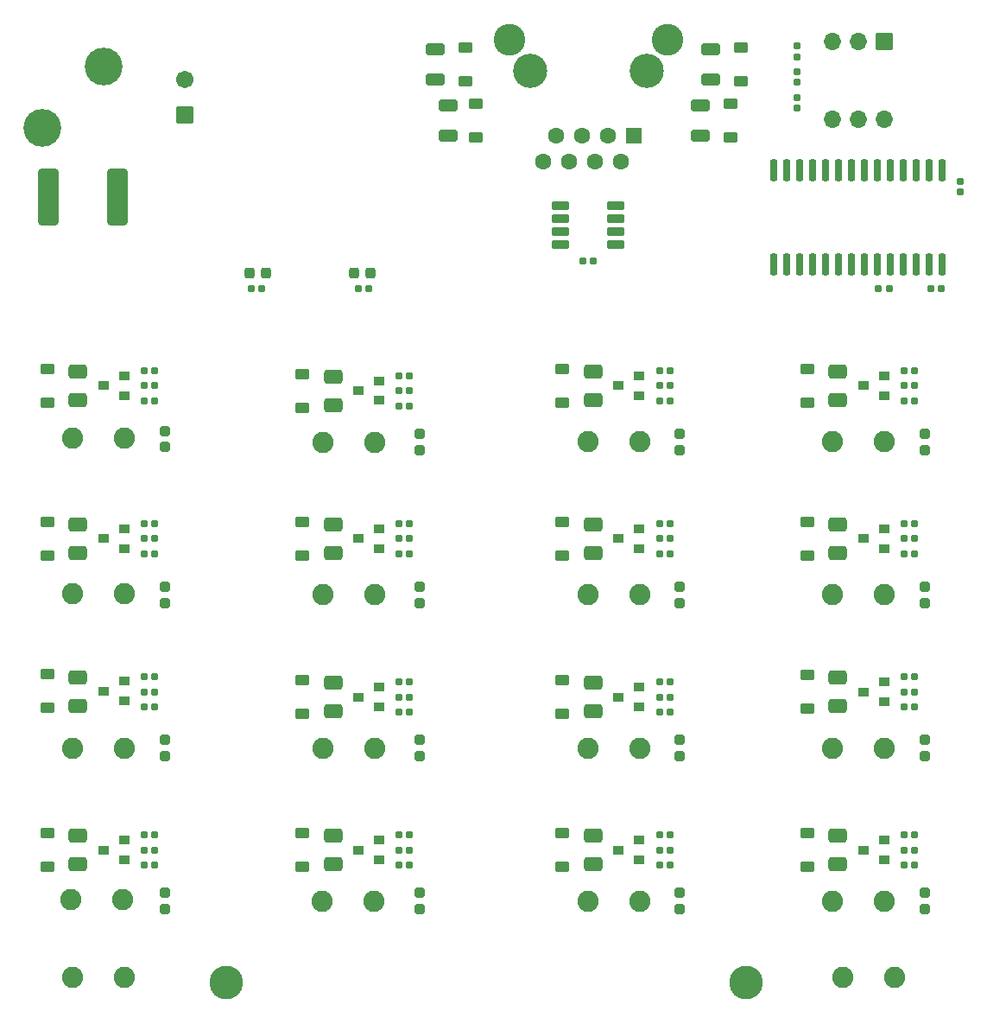
<source format=gbr>
G04 #@! TF.GenerationSoftware,KiCad,Pcbnew,(6.0.0)*
G04 #@! TF.CreationDate,2022-04-14T19:32:56-07:00*
G04 #@! TF.ProjectId,SolenoidController,536f6c65-6e6f-4696-9443-6f6e74726f6c,rev?*
G04 #@! TF.SameCoordinates,Original*
G04 #@! TF.FileFunction,Soldermask,Top*
G04 #@! TF.FilePolarity,Negative*
%FSLAX46Y46*%
G04 Gerber Fmt 4.6, Leading zero omitted, Abs format (unit mm)*
G04 Created by KiCad (PCBNEW (6.0.0)) date 2022-04-14 19:32:56*
%MOMM*%
%LPD*%
G01*
G04 APERTURE LIST*
G04 Aperture macros list*
%AMRoundRect*
0 Rectangle with rounded corners*
0 $1 Rounding radius*
0 $2 $3 $4 $5 $6 $7 $8 $9 X,Y pos of 4 corners*
0 Add a 4 corners polygon primitive as box body*
4,1,4,$2,$3,$4,$5,$6,$7,$8,$9,$2,$3,0*
0 Add four circle primitives for the rounded corners*
1,1,$1+$1,$2,$3*
1,1,$1+$1,$4,$5*
1,1,$1+$1,$6,$7*
1,1,$1+$1,$8,$9*
0 Add four rect primitives between the rounded corners*
20,1,$1+$1,$2,$3,$4,$5,0*
20,1,$1+$1,$4,$5,$6,$7,0*
20,1,$1+$1,$6,$7,$8,$9,0*
20,1,$1+$1,$8,$9,$2,$3,0*%
G04 Aperture macros list end*
%ADD10RoundRect,0.191000X-0.170000X0.140000X-0.170000X-0.140000X0.170000X-0.140000X0.170000X0.140000X0*%
%ADD11RoundRect,0.191000X0.140000X0.170000X-0.140000X0.170000X-0.140000X-0.170000X0.140000X-0.170000X0*%
%ADD12RoundRect,0.269750X-0.218750X-0.256250X0.218750X-0.256250X0.218750X0.256250X-0.218750X0.256250X0*%
%ADD13RoundRect,0.269750X0.218750X0.256250X-0.218750X0.256250X-0.218750X-0.256250X0.218750X-0.256250X0*%
%ADD14RoundRect,0.051000X-0.600000X0.450000X-0.600000X-0.450000X0.600000X-0.450000X0.600000X0.450000X0*%
%ADD15RoundRect,0.051000X0.600000X-0.450000X0.600000X0.450000X-0.600000X0.450000X-0.600000X-0.450000X0*%
%ADD16RoundRect,0.269750X-0.256250X0.218750X-0.256250X-0.218750X0.256250X-0.218750X0.256250X0.218750X0*%
%ADD17RoundRect,0.301000X0.712500X2.475000X-0.712500X2.475000X-0.712500X-2.475000X0.712500X-2.475000X0*%
%ADD18RoundRect,0.301000X-0.625000X0.375000X-0.625000X-0.375000X0.625000X-0.375000X0.625000X0.375000X0*%
%ADD19C,2.082000*%
%ADD20RoundRect,0.051000X0.450000X0.400000X-0.450000X0.400000X-0.450000X-0.400000X0.450000X-0.400000X0*%
%ADD21RoundRect,0.186000X0.135000X0.185000X-0.135000X0.185000X-0.135000X-0.185000X0.135000X-0.185000X0*%
%ADD22RoundRect,0.186000X-0.135000X-0.185000X0.135000X-0.185000X0.135000X0.185000X-0.135000X0.185000X0*%
%ADD23RoundRect,0.186000X0.185000X-0.135000X0.185000X0.135000X-0.185000X0.135000X-0.185000X-0.135000X0*%
%ADD24RoundRect,0.301000X0.625000X-0.312500X0.625000X0.312500X-0.625000X0.312500X-0.625000X-0.312500X0*%
%ADD25RoundRect,0.301000X-0.625000X0.312500X-0.625000X-0.312500X0.625000X-0.312500X0.625000X0.312500X0*%
%ADD26C,3.702000*%
%ADD27RoundRect,0.051000X-0.775000X0.350000X-0.775000X-0.350000X0.775000X-0.350000X0.775000X0.350000X0*%
%ADD28RoundRect,0.201000X0.150000X-0.875000X0.150000X0.875000X-0.150000X0.875000X-0.150000X-0.875000X0*%
%ADD29RoundRect,0.051000X0.800000X-0.800000X0.800000X0.800000X-0.800000X0.800000X-0.800000X-0.800000X0*%
%ADD30C,1.702000*%
%ADD31RoundRect,0.051000X-0.800000X0.800000X-0.800000X-0.800000X0.800000X-0.800000X0.800000X0.800000X0*%
%ADD32O,1.702000X1.702000*%
%ADD33C,3.352000*%
%ADD34RoundRect,0.051000X-0.750000X-0.750000X0.750000X-0.750000X0.750000X0.750000X-0.750000X0.750000X0*%
%ADD35C,1.602000*%
%ADD36C,3.102000*%
%ADD37C,3.302000*%
G04 APERTURE END LIST*
D10*
X146000000Y-67520000D03*
X146000000Y-68480000D03*
D11*
X109980000Y-75250000D03*
X109020000Y-75250000D03*
D12*
X76312500Y-76490000D03*
X77887500Y-76490000D03*
D13*
X88157500Y-76500000D03*
X86582500Y-76500000D03*
D14*
X124500000Y-54350000D03*
X124500000Y-57650000D03*
D15*
X123500000Y-63150000D03*
X123500000Y-59850000D03*
X98500000Y-63150000D03*
X98500000Y-59850000D03*
D14*
X97500000Y-54350000D03*
X97500000Y-57650000D03*
D16*
X68000000Y-137212500D03*
X68000000Y-138787500D03*
X68000000Y-122212500D03*
X68000000Y-123787500D03*
X68000000Y-107212500D03*
X68000000Y-108787500D03*
X68000000Y-91925000D03*
X68000000Y-93500000D03*
D14*
X56500000Y-131350000D03*
X56500000Y-134650000D03*
X56500000Y-115770000D03*
X56500000Y-119070000D03*
X56500000Y-100850000D03*
X56500000Y-104150000D03*
X56500000Y-85850000D03*
X56500000Y-89150000D03*
D16*
X93000000Y-137212500D03*
X93000000Y-138787500D03*
X93000000Y-122212500D03*
X93000000Y-123787500D03*
X93000000Y-107212500D03*
X93000000Y-108787500D03*
X93000000Y-92212500D03*
X93000000Y-93787500D03*
D14*
X81500000Y-131350000D03*
X81500000Y-134650000D03*
X81500000Y-116350000D03*
X81500000Y-119650000D03*
X81500000Y-100850000D03*
X81500000Y-104150000D03*
X81500000Y-86350000D03*
X81500000Y-89650000D03*
D16*
X118500000Y-137212500D03*
X118500000Y-138787500D03*
X118500000Y-122212500D03*
X118500000Y-123787500D03*
X118500000Y-107212500D03*
X118500000Y-108787500D03*
X118500000Y-92212500D03*
X118500000Y-93787500D03*
D14*
X107000000Y-131350000D03*
X107000000Y-134650000D03*
X107000000Y-116350000D03*
X107000000Y-119650000D03*
X107000000Y-100850000D03*
X107000000Y-104150000D03*
X107000000Y-85850000D03*
X107000000Y-89150000D03*
D16*
X142500000Y-137212500D03*
X142500000Y-138787500D03*
X142500000Y-122212500D03*
X142500000Y-123787500D03*
X142500000Y-107212500D03*
X142500000Y-108787500D03*
X142500000Y-92212500D03*
X142500000Y-93787500D03*
D14*
X131000000Y-131350000D03*
X131000000Y-134650000D03*
X131000000Y-115850000D03*
X131000000Y-119150000D03*
X131000000Y-100850000D03*
X131000000Y-104150000D03*
X131000000Y-85850000D03*
X131000000Y-89150000D03*
D17*
X63387500Y-69000000D03*
X56612500Y-69000000D03*
D18*
X59500000Y-131600000D03*
X59500000Y-134400000D03*
X59500000Y-116100000D03*
X59500000Y-118900000D03*
X59500000Y-101100000D03*
X59500000Y-103900000D03*
X59500000Y-86100000D03*
X59500000Y-88900000D03*
X84500000Y-131600000D03*
X84500000Y-134400000D03*
X84500000Y-116600000D03*
X84500000Y-119400000D03*
X84500000Y-101100000D03*
X84500000Y-103900000D03*
X84500000Y-86600000D03*
X84500000Y-89400000D03*
X110000000Y-131600000D03*
X110000000Y-134400000D03*
X110000000Y-116600000D03*
X110000000Y-119400000D03*
X110000000Y-101100000D03*
X110000000Y-103900000D03*
X110000000Y-86100000D03*
X110000000Y-88900000D03*
X134000000Y-131600000D03*
X134000000Y-134400000D03*
X134000000Y-116100000D03*
X134000000Y-118900000D03*
X134000000Y-101100000D03*
X134000000Y-103900000D03*
X134000000Y-86100000D03*
X134000000Y-88900000D03*
D19*
X139540000Y-145500000D03*
X134460000Y-145500000D03*
X58793000Y-137867000D03*
X63873000Y-137867000D03*
X64040000Y-123000000D03*
X58960000Y-123000000D03*
X58960000Y-107895000D03*
X64040000Y-107895000D03*
X64040000Y-92655000D03*
X58960000Y-92655000D03*
X88540000Y-138000000D03*
X83460000Y-138000000D03*
X88630000Y-123000000D03*
X83550000Y-123000000D03*
X83550000Y-108000000D03*
X88630000Y-108000000D03*
X88630000Y-93020000D03*
X83550000Y-93020000D03*
X109460000Y-138000000D03*
X114540000Y-138000000D03*
X114540000Y-123000000D03*
X109460000Y-123000000D03*
X109460000Y-108000000D03*
X114540000Y-108000000D03*
X109460000Y-93000000D03*
X114540000Y-93000000D03*
X133460000Y-138000000D03*
X138540000Y-138000000D03*
X133460000Y-123000000D03*
X138540000Y-123000000D03*
X133460000Y-108000000D03*
X138540000Y-108000000D03*
X58960000Y-145500000D03*
X64040000Y-145500000D03*
X133460000Y-93000000D03*
X138540000Y-93000000D03*
D20*
X64000000Y-133950000D03*
X64000000Y-132050000D03*
X62000000Y-133000000D03*
X64000000Y-118370000D03*
X64000000Y-116470000D03*
X62000000Y-117420000D03*
X64000000Y-103450000D03*
X64000000Y-101550000D03*
X62000000Y-102500000D03*
X64000000Y-88450000D03*
X64000000Y-86550000D03*
X62000000Y-87500000D03*
X89000000Y-133950000D03*
X89000000Y-132050000D03*
X87000000Y-133000000D03*
X89000000Y-118950000D03*
X89000000Y-117050000D03*
X87000000Y-118000000D03*
X89000000Y-103450000D03*
X89000000Y-101550000D03*
X87000000Y-102500000D03*
X89000000Y-88950000D03*
X89000000Y-87050000D03*
X87000000Y-88000000D03*
X114500000Y-133950000D03*
X114500000Y-132050000D03*
X112500000Y-133000000D03*
X114500000Y-118950000D03*
X114500000Y-117050000D03*
X112500000Y-118000000D03*
X114500000Y-103450000D03*
X114500000Y-101550000D03*
X112500000Y-102500000D03*
X114500000Y-88450000D03*
X114500000Y-86550000D03*
X112500000Y-87500000D03*
X138500000Y-133950000D03*
X138500000Y-132050000D03*
X136500000Y-133000000D03*
X138500000Y-118450000D03*
X138500000Y-116550000D03*
X136500000Y-117500000D03*
X138500000Y-103450000D03*
X138500000Y-101550000D03*
X136500000Y-102500000D03*
X138500000Y-88450000D03*
X138500000Y-86550000D03*
X136500000Y-87500000D03*
D21*
X77510000Y-78000000D03*
X76490000Y-78000000D03*
D22*
X86990000Y-78000000D03*
X88010000Y-78000000D03*
D23*
X130000000Y-60260000D03*
X130000000Y-59240000D03*
X130000000Y-57760000D03*
X130000000Y-56740000D03*
X130000000Y-55260000D03*
X130000000Y-54240000D03*
D24*
X121500000Y-57462500D03*
X121500000Y-54537500D03*
D25*
X120500000Y-60037500D03*
X120500000Y-62962500D03*
D21*
X144110000Y-78000000D03*
X143090000Y-78000000D03*
D25*
X95750000Y-60037500D03*
X95750000Y-62962500D03*
D24*
X94500000Y-57462500D03*
X94500000Y-54537500D03*
D21*
X67010000Y-131500000D03*
X65990000Y-131500000D03*
X67010000Y-116000000D03*
X65990000Y-116000000D03*
X67010000Y-101000000D03*
X65990000Y-101000000D03*
X67010000Y-86000000D03*
X65990000Y-86000000D03*
D22*
X65990000Y-133000000D03*
X67010000Y-133000000D03*
X65990000Y-117500000D03*
X67010000Y-117500000D03*
X65990000Y-102500000D03*
X67010000Y-102500000D03*
X65990000Y-87500000D03*
X67010000Y-87500000D03*
X65990000Y-134500000D03*
X67010000Y-134500000D03*
X65990000Y-119000000D03*
X67010000Y-119000000D03*
X65990000Y-104000000D03*
X67010000Y-104000000D03*
X65990000Y-89000000D03*
X67010000Y-89000000D03*
D21*
X92010000Y-131500000D03*
X90990000Y-131500000D03*
X92010000Y-116500000D03*
X90990000Y-116500000D03*
X92010000Y-101000000D03*
X90990000Y-101000000D03*
X92010000Y-86500000D03*
X90990000Y-86500000D03*
D22*
X90990000Y-133000000D03*
X92010000Y-133000000D03*
X90990000Y-118000000D03*
X92010000Y-118000000D03*
X90990000Y-102500000D03*
X92010000Y-102500000D03*
X90990000Y-88000000D03*
X92010000Y-88000000D03*
X90990000Y-134500000D03*
X92010000Y-134500000D03*
X90990000Y-119500000D03*
X92010000Y-119500000D03*
X90990000Y-104000000D03*
X92010000Y-104000000D03*
X90990000Y-89500000D03*
X92010000Y-89500000D03*
D21*
X117510000Y-131500000D03*
X116490000Y-131500000D03*
X117510000Y-116500000D03*
X116490000Y-116500000D03*
X117510000Y-101000000D03*
X116490000Y-101000000D03*
X117510000Y-86000000D03*
X116490000Y-86000000D03*
D22*
X116490000Y-133000000D03*
X117510000Y-133000000D03*
X116490000Y-118000000D03*
X117510000Y-118000000D03*
X116490000Y-102500000D03*
X117510000Y-102500000D03*
X116490000Y-87500000D03*
X117510000Y-87500000D03*
X116490000Y-134500000D03*
X117510000Y-134500000D03*
X116490000Y-119500000D03*
X117510000Y-119500000D03*
X116490000Y-104000000D03*
X117510000Y-104000000D03*
X116490000Y-89000000D03*
X117510000Y-89000000D03*
D21*
X141510000Y-131500000D03*
X140490000Y-131500000D03*
X141510000Y-116000000D03*
X140490000Y-116000000D03*
X141510000Y-101000000D03*
X140490000Y-101000000D03*
X141510000Y-86000000D03*
X140490000Y-86000000D03*
D22*
X140490000Y-133000000D03*
X141510000Y-133000000D03*
X140490000Y-117500000D03*
X141510000Y-117500000D03*
X140490000Y-102500000D03*
X141510000Y-102500000D03*
X140490000Y-87500000D03*
X141510000Y-87500000D03*
X140490000Y-134500000D03*
X141510000Y-134500000D03*
X140490000Y-119000000D03*
X141510000Y-119000000D03*
X140490000Y-104000000D03*
X141510000Y-104000000D03*
X140490000Y-89000000D03*
X141510000Y-89000000D03*
D26*
X56000000Y-62230000D03*
X62000000Y-56230000D03*
D27*
X112225000Y-73655000D03*
X112225000Y-72385000D03*
X112225000Y-71115000D03*
X112225000Y-69845000D03*
X106775000Y-69845000D03*
X106775000Y-71115000D03*
X106775000Y-72385000D03*
X106775000Y-73655000D03*
D28*
X127745000Y-75650000D03*
X129015000Y-75650000D03*
X130285000Y-75650000D03*
X131555000Y-75650000D03*
X132825000Y-75650000D03*
X134095000Y-75650000D03*
X135365000Y-75650000D03*
X136635000Y-75650000D03*
X137905000Y-75650000D03*
X139175000Y-75650000D03*
X140445000Y-75650000D03*
X141715000Y-75650000D03*
X142985000Y-75650000D03*
X144255000Y-75650000D03*
X144255000Y-66350000D03*
X142985000Y-66350000D03*
X141715000Y-66350000D03*
X140445000Y-66350000D03*
X139175000Y-66350000D03*
X137905000Y-66350000D03*
X136635000Y-66350000D03*
X135365000Y-66350000D03*
X134095000Y-66350000D03*
X132825000Y-66350000D03*
X131555000Y-66350000D03*
X130285000Y-66350000D03*
X129015000Y-66350000D03*
X127745000Y-66350000D03*
D29*
X70000000Y-61000000D03*
D30*
X70000000Y-57500000D03*
D22*
X137990000Y-78000000D03*
X139010000Y-78000000D03*
D31*
X138500000Y-53750000D03*
D32*
X135960000Y-53750000D03*
X133420000Y-53750000D03*
X133420000Y-61370000D03*
X135960000Y-61370000D03*
X138500000Y-61370000D03*
D33*
X103840000Y-56650000D03*
X115270000Y-56650000D03*
D34*
X114000000Y-63000000D03*
D35*
X112730000Y-65540000D03*
X111460000Y-63000000D03*
X110190000Y-65540000D03*
X108920000Y-63000000D03*
X107650000Y-65540000D03*
X106380000Y-63000000D03*
X105110000Y-65540000D03*
D36*
X117325000Y-53600000D03*
X101785000Y-53600000D03*
D37*
X74000000Y-146000000D03*
X125000000Y-146000000D03*
M02*

</source>
